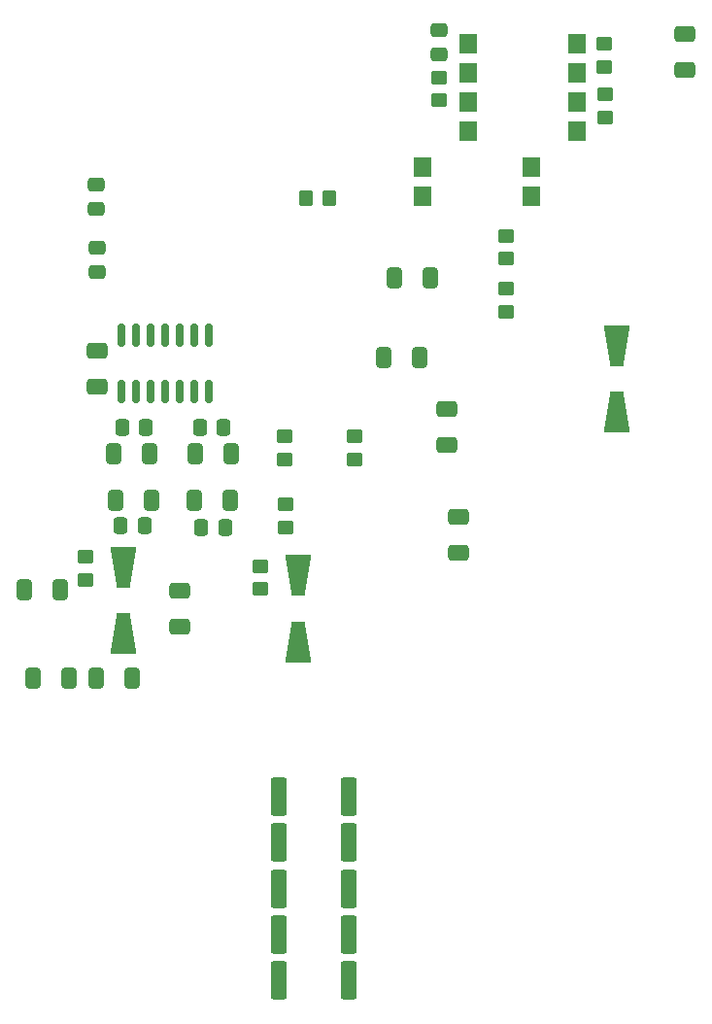
<source format=gbr>
%TF.GenerationSoftware,KiCad,Pcbnew,7.0.9*%
%TF.CreationDate,2024-06-21T01:41:24+05:30*%
%TF.ProjectId,BMS_Master,424d535f-4d61-4737-9465-722e6b696361,rev?*%
%TF.SameCoordinates,Original*%
%TF.FileFunction,Paste,Bot*%
%TF.FilePolarity,Positive*%
%FSLAX46Y46*%
G04 Gerber Fmt 4.6, Leading zero omitted, Abs format (unit mm)*
G04 Created by KiCad (PCBNEW 7.0.9) date 2024-06-21 01:41:24*
%MOMM*%
%LPD*%
G01*
G04 APERTURE LIST*
G04 Aperture macros list*
%AMRoundRect*
0 Rectangle with rounded corners*
0 $1 Rounding radius*
0 $2 $3 $4 $5 $6 $7 $8 $9 X,Y pos of 4 corners*
0 Add a 4 corners polygon primitive as box body*
4,1,4,$2,$3,$4,$5,$6,$7,$8,$9,$2,$3,0*
0 Add four circle primitives for the rounded corners*
1,1,$1+$1,$2,$3*
1,1,$1+$1,$4,$5*
1,1,$1+$1,$6,$7*
1,1,$1+$1,$8,$9*
0 Add four rect primitives between the rounded corners*
20,1,$1+$1,$2,$3,$4,$5,0*
20,1,$1+$1,$4,$5,$6,$7,0*
20,1,$1+$1,$6,$7,$8,$9,0*
20,1,$1+$1,$8,$9,$2,$3,0*%
%AMOutline4P*
0 Free polygon, 4 corners , with rotation*
0 The origin of the aperture is its center*
0 number of corners: always 4*
0 $1 to $8 corner X, Y*
0 $9 Rotation angle, in degrees counterclockwise*
0 create outline with 4 corners*
4,1,4,$1,$2,$3,$4,$5,$6,$7,$8,$1,$2,$9*%
G04 Aperture macros list end*
%ADD10RoundRect,0.250000X-0.650000X0.412500X-0.650000X-0.412500X0.650000X-0.412500X0.650000X0.412500X0*%
%ADD11RoundRect,0.250000X0.412500X0.650000X-0.412500X0.650000X-0.412500X-0.650000X0.412500X-0.650000X0*%
%ADD12R,1.500000X1.780000*%
%ADD13RoundRect,0.249999X-0.450001X-1.425001X0.450001X-1.425001X0.450001X1.425001X-0.450001X1.425001X0*%
%ADD14RoundRect,0.250000X-0.412500X-0.650000X0.412500X-0.650000X0.412500X0.650000X-0.412500X0.650000X0*%
%ADD15RoundRect,0.250000X0.450000X-0.350000X0.450000X0.350000X-0.450000X0.350000X-0.450000X-0.350000X0*%
%ADD16RoundRect,0.250000X-0.450000X0.350000X-0.450000X-0.350000X0.450000X-0.350000X0.450000X0.350000X0*%
%ADD17RoundRect,0.250000X-0.475000X0.337500X-0.475000X-0.337500X0.475000X-0.337500X0.475000X0.337500X0*%
%ADD18RoundRect,0.150000X-0.150000X0.825000X-0.150000X-0.825000X0.150000X-0.825000X0.150000X0.825000X0*%
%ADD19R,1.520000X1.780000*%
%ADD20R,1.520000X1.750000*%
%ADD21Outline4P,-1.800000X-1.150000X1.800000X-0.550000X1.800000X0.550000X-1.800000X1.150000X270.000000*%
%ADD22Outline4P,-1.800000X-1.150000X1.800000X-0.550000X1.800000X0.550000X-1.800000X1.150000X90.000000*%
%ADD23RoundRect,0.250000X0.350000X0.450000X-0.350000X0.450000X-0.350000X-0.450000X0.350000X-0.450000X0*%
%ADD24RoundRect,0.250000X0.475000X-0.337500X0.475000X0.337500X-0.475000X0.337500X-0.475000X-0.337500X0*%
%ADD25RoundRect,0.250000X0.650000X-0.412500X0.650000X0.412500X-0.650000X0.412500X-0.650000X-0.412500X0*%
%ADD26RoundRect,0.250000X0.337500X0.475000X-0.337500X0.475000X-0.337500X-0.475000X0.337500X-0.475000X0*%
G04 APERTURE END LIST*
D10*
%TO.C,C20*%
X195500000Y-86937500D03*
X195500000Y-90062500D03*
%TD*%
D11*
%TO.C,C37*%
X198500000Y-115500000D03*
X195375000Y-115500000D03*
%TD*%
D12*
%TO.C,U16*%
X223835000Y-73470000D03*
X223835000Y-70930000D03*
X233365000Y-70930000D03*
X233365000Y-73470000D03*
%TD*%
D13*
%TO.C,R3*%
X211350000Y-133800000D03*
X217450000Y-133800000D03*
%TD*%
D14*
%TO.C,C16*%
X196937500Y-95900000D03*
X200062500Y-95900000D03*
%TD*%
D13*
%TO.C,R4*%
X211350000Y-129740000D03*
X217450000Y-129740000D03*
%TD*%
D15*
%TO.C,R28*%
X217900000Y-96400000D03*
X217900000Y-94400000D03*
%TD*%
D13*
%TO.C,R1*%
X211350000Y-141800000D03*
X217450000Y-141800000D03*
%TD*%
D14*
%TO.C,C12*%
X197137500Y-100000000D03*
X200262500Y-100000000D03*
%TD*%
D15*
%TO.C,R34*%
X225300000Y-65100000D03*
X225300000Y-63100000D03*
%TD*%
D16*
%TO.C,R25*%
X194500000Y-104900000D03*
X194500000Y-106900000D03*
%TD*%
D15*
%TO.C,R35*%
X239800000Y-66600000D03*
X239800000Y-64600000D03*
%TD*%
D13*
%TO.C,R2*%
X211350000Y-137800000D03*
X217450000Y-137800000D03*
%TD*%
D17*
%TO.C,C25*%
X195500000Y-77962500D03*
X195500000Y-80037500D03*
%TD*%
D18*
%TO.C,U11*%
X197650000Y-85550000D03*
X198920000Y-85550000D03*
X200190000Y-85550000D03*
X201460000Y-85550000D03*
X202730000Y-85550000D03*
X204000000Y-85550000D03*
X205270000Y-85550000D03*
X205270000Y-90500000D03*
X204000000Y-90500000D03*
X202730000Y-90500000D03*
X201460000Y-90500000D03*
X200190000Y-90500000D03*
X198920000Y-90500000D03*
X197650000Y-90500000D03*
%TD*%
D19*
%TO.C,U14*%
X237360000Y-60190000D03*
D20*
X237360000Y-62730000D03*
D19*
X237360000Y-65270000D03*
X237360000Y-67810000D03*
X227840000Y-67810000D03*
X227840000Y-65270000D03*
X227840000Y-62730000D03*
X227840000Y-60190000D03*
%TD*%
D21*
%TO.C,D2*%
X197740000Y-105802500D03*
D22*
X197740000Y-111602500D03*
%TD*%
D23*
%TO.C,R37*%
X215700000Y-73600000D03*
X213700000Y-73600000D03*
%TD*%
D10*
%TO.C,C1*%
X226000000Y-91977500D03*
X226000000Y-95102500D03*
%TD*%
D16*
%TO.C,R26*%
X209700000Y-105700000D03*
X209700000Y-107700000D03*
%TD*%
D24*
%TO.C,C33*%
X225300000Y-61100000D03*
X225300000Y-59025000D03*
%TD*%
D14*
%TO.C,C3*%
X220437500Y-87540000D03*
X223562500Y-87540000D03*
%TD*%
D25*
%TO.C,C2*%
X227000000Y-104540000D03*
X227000000Y-101415000D03*
%TD*%
D10*
%TO.C,C11*%
X202700000Y-107875000D03*
X202700000Y-111000000D03*
%TD*%
D16*
%TO.C,R30*%
X231100000Y-76900000D03*
X231100000Y-78900000D03*
%TD*%
D26*
%TO.C,C13*%
X199637500Y-102200000D03*
X197562500Y-102200000D03*
%TD*%
D11*
%TO.C,C7*%
X192292500Y-107780000D03*
X189167500Y-107780000D03*
%TD*%
D15*
%TO.C,R27*%
X211800000Y-96400000D03*
X211800000Y-94400000D03*
%TD*%
D14*
%TO.C,C36*%
X189875000Y-115500000D03*
X193000000Y-115500000D03*
%TD*%
D16*
%TO.C,R31*%
X231100000Y-81500000D03*
X231100000Y-83500000D03*
%TD*%
D26*
%TO.C,C19*%
X199737500Y-93600000D03*
X197662500Y-93600000D03*
%TD*%
%TO.C,C18*%
X206537500Y-93600000D03*
X204462500Y-93600000D03*
%TD*%
D14*
%TO.C,C17*%
X204037500Y-95900000D03*
X207162500Y-95900000D03*
%TD*%
D26*
%TO.C,C10*%
X206637500Y-102300000D03*
X204562500Y-102300000D03*
%TD*%
D24*
%TO.C,C28*%
X195400000Y-74537500D03*
X195400000Y-72462500D03*
%TD*%
D14*
%TO.C,C9*%
X203937500Y-100000000D03*
X207062500Y-100000000D03*
%TD*%
D15*
%TO.C,R32*%
X239700000Y-62200000D03*
X239700000Y-60200000D03*
%TD*%
%TO.C,R20*%
X211900000Y-102300000D03*
X211900000Y-100300000D03*
%TD*%
D21*
%TO.C,D3*%
X240800000Y-86500000D03*
D22*
X240800000Y-92300000D03*
%TD*%
D21*
%TO.C,D1*%
X213000000Y-106500000D03*
D22*
X213000000Y-112300000D03*
%TD*%
D14*
%TO.C,C4*%
X221437500Y-80540000D03*
X224562500Y-80540000D03*
%TD*%
D13*
%TO.C,R5*%
X211350000Y-125800000D03*
X217450000Y-125800000D03*
%TD*%
D10*
%TO.C,C35*%
X246700000Y-59337500D03*
X246700000Y-62462500D03*
%TD*%
M02*

</source>
